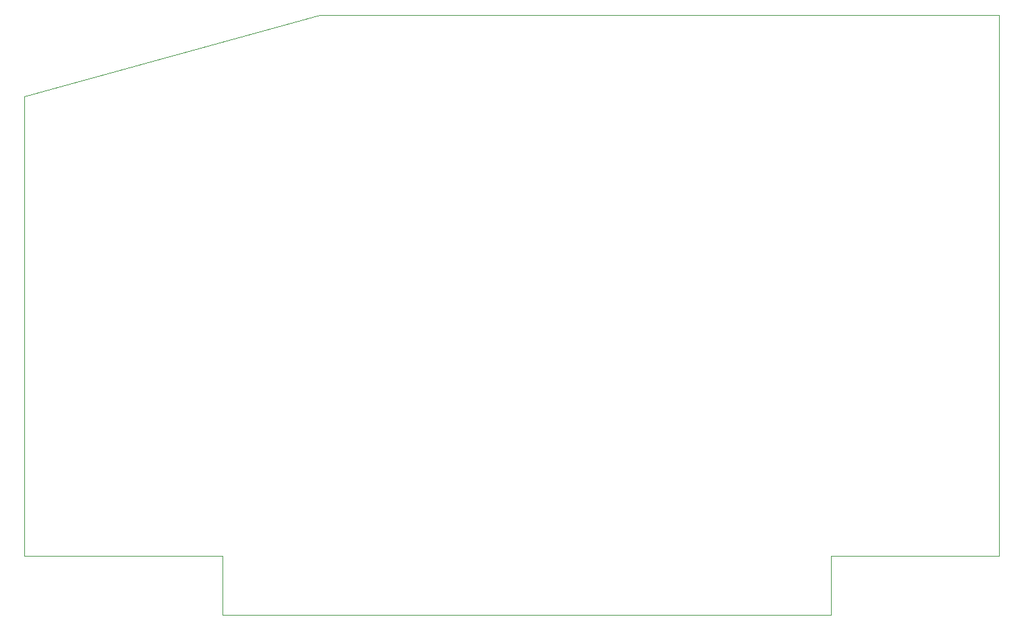
<source format=gbr>
G04 #@! TF.GenerationSoftware,KiCad,Pcbnew,(5.1.9-0-10_14)*
G04 #@! TF.CreationDate,2021-05-16T20:01:38-04:00*
G04 #@! TF.ProjectId,rw-piggyback,72772d70-6967-4677-9962-61636b2e6b69,rev?*
G04 #@! TF.SameCoordinates,Original*
G04 #@! TF.FileFunction,Profile,NP*
%FSLAX46Y46*%
G04 Gerber Fmt 4.6, Leading zero omitted, Abs format (unit mm)*
G04 Created by KiCad (PCBNEW (5.1.9-0-10_14)) date 2021-05-16 20:01:38*
%MOMM*%
%LPD*%
G01*
G04 APERTURE LIST*
G04 #@! TA.AperFunction,Profile*
%ADD10C,0.050000*%
G04 #@! TD*
G04 APERTURE END LIST*
D10*
X80645000Y-70802500D02*
X118745000Y-60325000D01*
X80645000Y-130175000D02*
X80645000Y-70802500D01*
X206375000Y-130175000D02*
X206375000Y-60325000D01*
X106172000Y-130175000D02*
X80645000Y-130175000D01*
X106172000Y-137795000D02*
X106172000Y-130175000D01*
X206375000Y-60325000D02*
X118745000Y-60325000D01*
X184658000Y-130175000D02*
X206375000Y-130175000D01*
X184658000Y-137795000D02*
X184658000Y-130175000D01*
X106172000Y-137795000D02*
X184658000Y-137795000D01*
M02*

</source>
